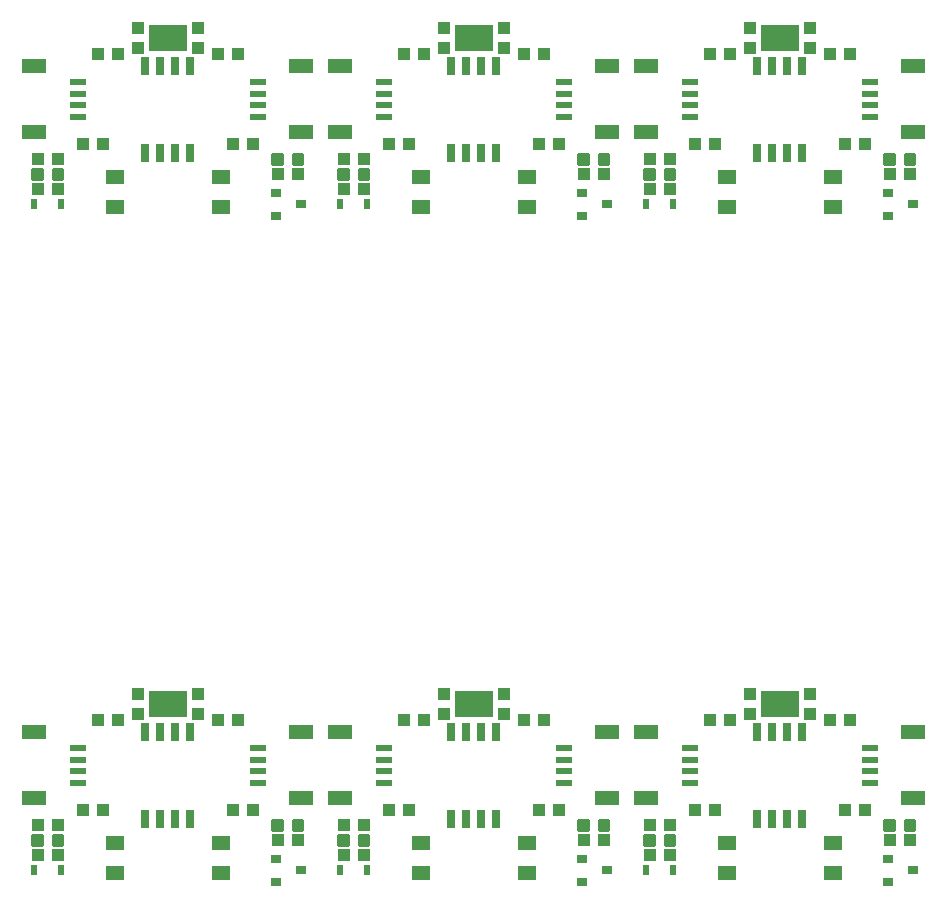
<source format=gbp>
G75*
%MOIN*%
%OFA0B0*%
%FSLAX25Y25*%
%IPPOS*%
%LPD*%
%AMOC8*
5,1,8,0,0,1.08239X$1,22.5*
%
%ADD10R,0.04331X0.03937*%
%ADD11R,0.02480X0.03268*%
%ADD12C,0.01181*%
%ADD13R,0.07874X0.04724*%
%ADD14R,0.05315X0.02362*%
%ADD15R,0.03937X0.04331*%
%ADD16R,0.13000X0.08800*%
%ADD17R,0.03543X0.03150*%
%ADD18R,0.03000X0.06000*%
%ADD19R,0.05906X0.05118*%
D10*
X0114009Y0206750D03*
X0120702Y0206750D03*
X0120702Y0216750D03*
X0129009Y0221750D03*
X0135702Y0221750D03*
X0114009Y0216750D03*
X0134009Y0251750D03*
X0140702Y0251750D03*
X0174009Y0251750D03*
X0180702Y0251750D03*
X0179009Y0221750D03*
X0185702Y0221750D03*
X0194009Y0211750D03*
X0200702Y0211750D03*
X0216009Y0206750D03*
X0222702Y0206750D03*
X0222702Y0216750D03*
X0216009Y0216750D03*
X0231009Y0221750D03*
X0237702Y0221750D03*
X0236009Y0251750D03*
X0242702Y0251750D03*
X0276009Y0251750D03*
X0282702Y0251750D03*
X0281009Y0221750D03*
X0287702Y0221750D03*
X0296009Y0211750D03*
X0302702Y0211750D03*
X0318009Y0206750D03*
X0324702Y0206750D03*
X0324702Y0216750D03*
X0318009Y0216750D03*
X0333009Y0221750D03*
X0339702Y0221750D03*
X0338009Y0251750D03*
X0344702Y0251750D03*
X0378009Y0251750D03*
X0384702Y0251750D03*
X0383009Y0221750D03*
X0389702Y0221750D03*
X0398009Y0211750D03*
X0404702Y0211750D03*
X0324702Y0428750D03*
X0318009Y0428750D03*
X0318009Y0438750D03*
X0324702Y0438750D03*
X0333009Y0443750D03*
X0339702Y0443750D03*
X0338009Y0473750D03*
X0344702Y0473750D03*
X0378009Y0473750D03*
X0384702Y0473750D03*
X0383009Y0443750D03*
X0389702Y0443750D03*
X0398009Y0433750D03*
X0404702Y0433750D03*
X0302702Y0433750D03*
X0296009Y0433750D03*
X0287702Y0443750D03*
X0281009Y0443750D03*
X0282702Y0473750D03*
X0276009Y0473750D03*
X0242702Y0473750D03*
X0236009Y0473750D03*
X0237702Y0443750D03*
X0231009Y0443750D03*
X0222702Y0438750D03*
X0216009Y0438750D03*
X0216009Y0428750D03*
X0222702Y0428750D03*
X0200702Y0433750D03*
X0194009Y0433750D03*
X0185702Y0443750D03*
X0179009Y0443750D03*
X0180702Y0473750D03*
X0174009Y0473750D03*
X0140702Y0473750D03*
X0134009Y0473750D03*
X0135702Y0443750D03*
X0129009Y0443750D03*
X0120702Y0438750D03*
X0114009Y0438750D03*
X0114009Y0428750D03*
X0120702Y0428750D03*
D11*
X0112828Y0201750D03*
X0121883Y0201750D03*
X0214828Y0201750D03*
X0223883Y0201750D03*
X0316828Y0201750D03*
X0325883Y0201750D03*
X0325883Y0423750D03*
X0316828Y0423750D03*
X0223883Y0423750D03*
X0214828Y0423750D03*
X0121883Y0423750D03*
X0112828Y0423750D03*
D12*
X0115281Y0432372D02*
X0115281Y0435128D01*
X0115281Y0432372D02*
X0112525Y0432372D01*
X0112525Y0435128D01*
X0115281Y0435128D01*
X0115281Y0433552D02*
X0112525Y0433552D01*
X0112525Y0434732D02*
X0115281Y0434732D01*
X0122186Y0435128D02*
X0122186Y0432372D01*
X0119430Y0432372D01*
X0119430Y0435128D01*
X0122186Y0435128D01*
X0122186Y0433552D02*
X0119430Y0433552D01*
X0119430Y0434732D02*
X0122186Y0434732D01*
X0195281Y0437372D02*
X0195281Y0440128D01*
X0195281Y0437372D02*
X0192525Y0437372D01*
X0192525Y0440128D01*
X0195281Y0440128D01*
X0195281Y0438552D02*
X0192525Y0438552D01*
X0192525Y0439732D02*
X0195281Y0439732D01*
X0202186Y0440128D02*
X0202186Y0437372D01*
X0199430Y0437372D01*
X0199430Y0440128D01*
X0202186Y0440128D01*
X0202186Y0438552D02*
X0199430Y0438552D01*
X0199430Y0439732D02*
X0202186Y0439732D01*
X0217281Y0435128D02*
X0217281Y0432372D01*
X0214525Y0432372D01*
X0214525Y0435128D01*
X0217281Y0435128D01*
X0217281Y0433552D02*
X0214525Y0433552D01*
X0214525Y0434732D02*
X0217281Y0434732D01*
X0224186Y0435128D02*
X0224186Y0432372D01*
X0221430Y0432372D01*
X0221430Y0435128D01*
X0224186Y0435128D01*
X0224186Y0433552D02*
X0221430Y0433552D01*
X0221430Y0434732D02*
X0224186Y0434732D01*
X0297281Y0437372D02*
X0297281Y0440128D01*
X0297281Y0437372D02*
X0294525Y0437372D01*
X0294525Y0440128D01*
X0297281Y0440128D01*
X0297281Y0438552D02*
X0294525Y0438552D01*
X0294525Y0439732D02*
X0297281Y0439732D01*
X0304186Y0440128D02*
X0304186Y0437372D01*
X0301430Y0437372D01*
X0301430Y0440128D01*
X0304186Y0440128D01*
X0304186Y0438552D02*
X0301430Y0438552D01*
X0301430Y0439732D02*
X0304186Y0439732D01*
X0319281Y0435128D02*
X0319281Y0432372D01*
X0316525Y0432372D01*
X0316525Y0435128D01*
X0319281Y0435128D01*
X0319281Y0433552D02*
X0316525Y0433552D01*
X0316525Y0434732D02*
X0319281Y0434732D01*
X0326186Y0435128D02*
X0326186Y0432372D01*
X0323430Y0432372D01*
X0323430Y0435128D01*
X0326186Y0435128D01*
X0326186Y0433552D02*
X0323430Y0433552D01*
X0323430Y0434732D02*
X0326186Y0434732D01*
X0399281Y0437372D02*
X0399281Y0440128D01*
X0399281Y0437372D02*
X0396525Y0437372D01*
X0396525Y0440128D01*
X0399281Y0440128D01*
X0399281Y0438552D02*
X0396525Y0438552D01*
X0396525Y0439732D02*
X0399281Y0439732D01*
X0406186Y0440128D02*
X0406186Y0437372D01*
X0403430Y0437372D01*
X0403430Y0440128D01*
X0406186Y0440128D01*
X0406186Y0438552D02*
X0403430Y0438552D01*
X0403430Y0439732D02*
X0406186Y0439732D01*
X0406186Y0218128D02*
X0406186Y0215372D01*
X0403430Y0215372D01*
X0403430Y0218128D01*
X0406186Y0218128D01*
X0406186Y0216552D02*
X0403430Y0216552D01*
X0403430Y0217732D02*
X0406186Y0217732D01*
X0399281Y0218128D02*
X0399281Y0215372D01*
X0396525Y0215372D01*
X0396525Y0218128D01*
X0399281Y0218128D01*
X0399281Y0216552D02*
X0396525Y0216552D01*
X0396525Y0217732D02*
X0399281Y0217732D01*
X0326186Y0213128D02*
X0326186Y0210372D01*
X0323430Y0210372D01*
X0323430Y0213128D01*
X0326186Y0213128D01*
X0326186Y0211552D02*
X0323430Y0211552D01*
X0323430Y0212732D02*
X0326186Y0212732D01*
X0319281Y0213128D02*
X0319281Y0210372D01*
X0316525Y0210372D01*
X0316525Y0213128D01*
X0319281Y0213128D01*
X0319281Y0211552D02*
X0316525Y0211552D01*
X0316525Y0212732D02*
X0319281Y0212732D01*
X0304186Y0215372D02*
X0304186Y0218128D01*
X0304186Y0215372D02*
X0301430Y0215372D01*
X0301430Y0218128D01*
X0304186Y0218128D01*
X0304186Y0216552D02*
X0301430Y0216552D01*
X0301430Y0217732D02*
X0304186Y0217732D01*
X0297281Y0218128D02*
X0297281Y0215372D01*
X0294525Y0215372D01*
X0294525Y0218128D01*
X0297281Y0218128D01*
X0297281Y0216552D02*
X0294525Y0216552D01*
X0294525Y0217732D02*
X0297281Y0217732D01*
X0224186Y0213128D02*
X0224186Y0210372D01*
X0221430Y0210372D01*
X0221430Y0213128D01*
X0224186Y0213128D01*
X0224186Y0211552D02*
X0221430Y0211552D01*
X0221430Y0212732D02*
X0224186Y0212732D01*
X0217281Y0213128D02*
X0217281Y0210372D01*
X0214525Y0210372D01*
X0214525Y0213128D01*
X0217281Y0213128D01*
X0217281Y0211552D02*
X0214525Y0211552D01*
X0214525Y0212732D02*
X0217281Y0212732D01*
X0202186Y0215372D02*
X0202186Y0218128D01*
X0202186Y0215372D02*
X0199430Y0215372D01*
X0199430Y0218128D01*
X0202186Y0218128D01*
X0202186Y0216552D02*
X0199430Y0216552D01*
X0199430Y0217732D02*
X0202186Y0217732D01*
X0195281Y0218128D02*
X0195281Y0215372D01*
X0192525Y0215372D01*
X0192525Y0218128D01*
X0195281Y0218128D01*
X0195281Y0216552D02*
X0192525Y0216552D01*
X0192525Y0217732D02*
X0195281Y0217732D01*
X0122186Y0213128D02*
X0122186Y0210372D01*
X0119430Y0210372D01*
X0119430Y0213128D01*
X0122186Y0213128D01*
X0122186Y0211552D02*
X0119430Y0211552D01*
X0119430Y0212732D02*
X0122186Y0212732D01*
X0115281Y0213128D02*
X0115281Y0210372D01*
X0112525Y0210372D01*
X0112525Y0213128D01*
X0115281Y0213128D01*
X0115281Y0211552D02*
X0112525Y0211552D01*
X0112525Y0212732D02*
X0115281Y0212732D01*
D13*
X0112887Y0225726D03*
X0112887Y0247774D03*
X0201824Y0247774D03*
X0214887Y0247774D03*
X0214887Y0225726D03*
X0201824Y0225726D03*
X0303824Y0225726D03*
X0316887Y0225726D03*
X0316887Y0247774D03*
X0303824Y0247774D03*
X0405824Y0247774D03*
X0405824Y0225726D03*
X0405824Y0447726D03*
X0405824Y0469774D03*
X0316887Y0469774D03*
X0303824Y0469774D03*
X0303824Y0447726D03*
X0316887Y0447726D03*
X0214887Y0447726D03*
X0201824Y0447726D03*
X0201824Y0469774D03*
X0214887Y0469774D03*
X0112887Y0469774D03*
X0112887Y0447726D03*
D14*
X0127355Y0452844D03*
X0127355Y0456781D03*
X0127355Y0460719D03*
X0127355Y0464656D03*
X0187355Y0464656D03*
X0187355Y0460719D03*
X0187355Y0456781D03*
X0187355Y0452844D03*
X0229355Y0452844D03*
X0229355Y0456781D03*
X0229355Y0460719D03*
X0229355Y0464656D03*
X0289355Y0464656D03*
X0289355Y0460719D03*
X0289355Y0456781D03*
X0289355Y0452844D03*
X0331355Y0452844D03*
X0331355Y0456781D03*
X0331355Y0460719D03*
X0331355Y0464656D03*
X0391355Y0464656D03*
X0391355Y0460719D03*
X0391355Y0456781D03*
X0391355Y0452844D03*
X0391355Y0242656D03*
X0391355Y0238719D03*
X0391355Y0234781D03*
X0391355Y0230844D03*
X0331355Y0230844D03*
X0331355Y0234781D03*
X0331355Y0238719D03*
X0331355Y0242656D03*
X0289355Y0242656D03*
X0289355Y0238719D03*
X0289355Y0234781D03*
X0289355Y0230844D03*
X0229355Y0230844D03*
X0229355Y0234781D03*
X0229355Y0238719D03*
X0229355Y0242656D03*
X0187355Y0242656D03*
X0187355Y0238719D03*
X0187355Y0234781D03*
X0187355Y0230844D03*
X0127355Y0230844D03*
X0127355Y0234781D03*
X0127355Y0238719D03*
X0127355Y0242656D03*
D15*
X0147355Y0253904D03*
X0147355Y0260596D03*
X0167355Y0260596D03*
X0167355Y0253904D03*
X0249355Y0253904D03*
X0249355Y0260596D03*
X0269355Y0260596D03*
X0269355Y0253904D03*
X0351355Y0253904D03*
X0351355Y0260596D03*
X0371355Y0260596D03*
X0371355Y0253904D03*
X0371355Y0475904D03*
X0371355Y0482596D03*
X0351355Y0482596D03*
X0351355Y0475904D03*
X0269355Y0475904D03*
X0269355Y0482596D03*
X0249355Y0482596D03*
X0249355Y0475904D03*
X0167355Y0475904D03*
X0167355Y0482596D03*
X0147355Y0482596D03*
X0147355Y0475904D03*
D16*
X0157355Y0479250D03*
X0259355Y0479250D03*
X0361355Y0479250D03*
X0361355Y0257250D03*
X0259355Y0257250D03*
X0157355Y0257250D03*
D17*
X0193418Y0205490D03*
X0193418Y0198010D03*
X0201686Y0201750D03*
X0295418Y0198010D03*
X0295418Y0205490D03*
X0303686Y0201750D03*
X0397418Y0198010D03*
X0397418Y0205490D03*
X0405686Y0201750D03*
X0397418Y0420010D03*
X0397418Y0427490D03*
X0405686Y0423750D03*
X0303686Y0423750D03*
X0295418Y0420010D03*
X0295418Y0427490D03*
X0201686Y0423750D03*
X0193418Y0420010D03*
X0193418Y0427490D03*
D18*
X0164855Y0440750D03*
X0159855Y0440750D03*
X0154855Y0440750D03*
X0149855Y0440750D03*
X0149855Y0469923D03*
X0154855Y0469923D03*
X0159855Y0469923D03*
X0164855Y0469923D03*
X0251855Y0469923D03*
X0256855Y0469923D03*
X0261855Y0469923D03*
X0266855Y0469923D03*
X0266855Y0440750D03*
X0261855Y0440750D03*
X0256855Y0440750D03*
X0251855Y0440750D03*
X0353855Y0440750D03*
X0358855Y0440750D03*
X0363855Y0440750D03*
X0368855Y0440750D03*
X0368855Y0469923D03*
X0363855Y0469923D03*
X0358855Y0469923D03*
X0353855Y0469923D03*
X0353855Y0247923D03*
X0358855Y0247923D03*
X0363855Y0247923D03*
X0368855Y0247923D03*
X0368855Y0218750D03*
X0363855Y0218750D03*
X0358855Y0218750D03*
X0353855Y0218750D03*
X0266855Y0218750D03*
X0261855Y0218750D03*
X0256855Y0218750D03*
X0251855Y0218750D03*
X0251855Y0247923D03*
X0256855Y0247923D03*
X0261855Y0247923D03*
X0266855Y0247923D03*
X0164855Y0247923D03*
X0159855Y0247923D03*
X0154855Y0247923D03*
X0149855Y0247923D03*
X0149855Y0218750D03*
X0154855Y0218750D03*
X0159855Y0218750D03*
X0164855Y0218750D03*
D19*
X0175072Y0210750D03*
X0175072Y0200750D03*
X0139639Y0200750D03*
X0139639Y0210750D03*
X0241639Y0210750D03*
X0241639Y0200750D03*
X0277072Y0200750D03*
X0277072Y0210750D03*
X0343639Y0210750D03*
X0343639Y0200750D03*
X0379072Y0200750D03*
X0379072Y0210750D03*
X0379072Y0422750D03*
X0379072Y0432750D03*
X0343639Y0432750D03*
X0343639Y0422750D03*
X0277072Y0422750D03*
X0277072Y0432750D03*
X0241639Y0432750D03*
X0241639Y0422750D03*
X0175072Y0422750D03*
X0175072Y0432750D03*
X0139639Y0432750D03*
X0139639Y0422750D03*
M02*

</source>
